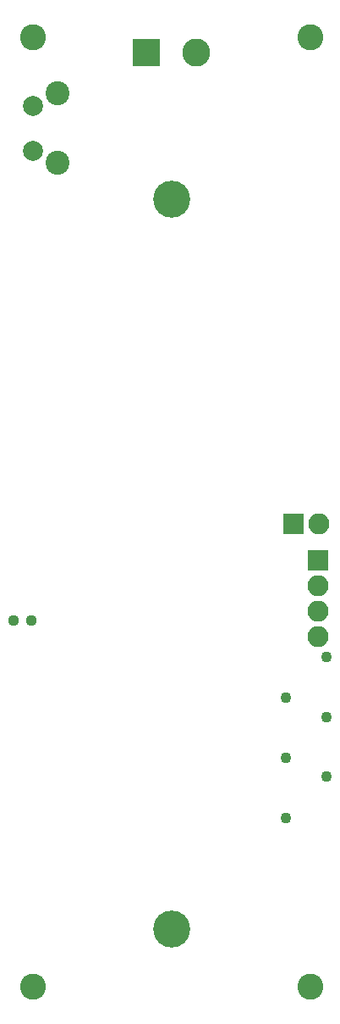
<source format=gbr>
G04 #@! TF.FileFunction,Soldermask,Bot*
%FSLAX46Y46*%
G04 Gerber Fmt 4.6, Leading zero omitted, Abs format (unit mm)*
G04 Created by KiCad (PCBNEW 4.0.7) date 02/23/18 16:34:00*
%MOMM*%
%LPD*%
G01*
G04 APERTURE LIST*
%ADD10C,0.100000*%
%ADD11C,2.400000*%
%ADD12C,2.000000*%
%ADD13R,2.800000X2.800000*%
%ADD14C,2.800000*%
%ADD15C,3.700000*%
%ADD16C,1.100000*%
%ADD17C,1.120000*%
%ADD18C,2.600000*%
%ADD19R,2.100000X2.100000*%
%ADD20O,2.100000X2.100000*%
G04 APERTURE END LIST*
D10*
D11*
X216290000Y-68745000D03*
D12*
X213800000Y-74500000D03*
X213800000Y-70000000D03*
D11*
X216290000Y-75755000D03*
D13*
X225200000Y-64700000D03*
D14*
X230200000Y-64700000D03*
D15*
X227700000Y-152250000D03*
X227700000Y-79350000D03*
D16*
X243250000Y-137050000D03*
X239150000Y-141150000D03*
D17*
X211900000Y-121400000D03*
X213700000Y-121400000D03*
D18*
X241600000Y-158000000D03*
X213800000Y-158000000D03*
X213800000Y-63200000D03*
D19*
X242400000Y-115400000D03*
D20*
X242400000Y-117940000D03*
X242400000Y-120480000D03*
X242400000Y-123020000D03*
D18*
X241600000Y-63200000D03*
D16*
X243250000Y-131050000D03*
X239150000Y-135150000D03*
X243250000Y-125050000D03*
X239150000Y-129150000D03*
D19*
X239900000Y-111750000D03*
D20*
X242440000Y-111750000D03*
M02*

</source>
